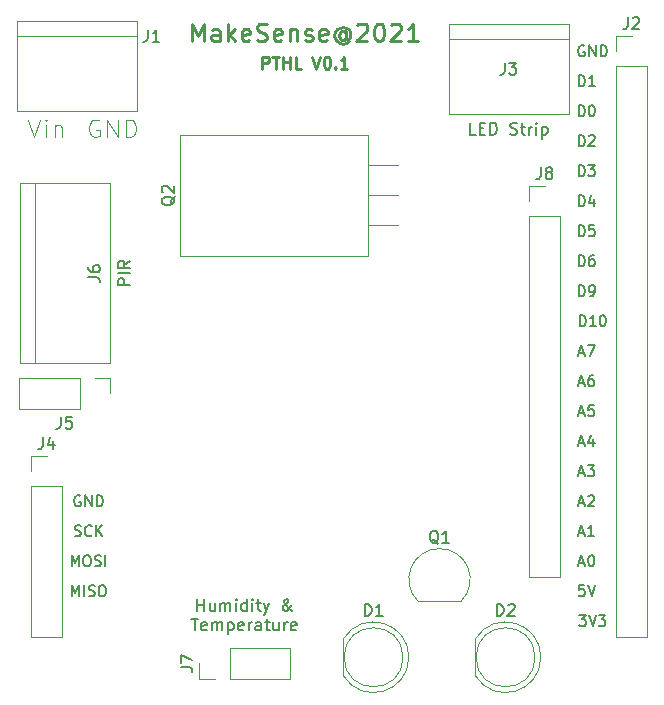
<source format=gbr>
%TF.GenerationSoftware,KiCad,Pcbnew,(5.1.10)-1*%
%TF.CreationDate,2021-08-05T17:27:16+03:00*%
%TF.ProjectId,YevgeniK,59657667-656e-4694-9b2e-6b696361645f,rev?*%
%TF.SameCoordinates,Original*%
%TF.FileFunction,Legend,Top*%
%TF.FilePolarity,Positive*%
%FSLAX46Y46*%
G04 Gerber Fmt 4.6, Leading zero omitted, Abs format (unit mm)*
G04 Created by KiCad (PCBNEW (5.1.10)-1) date 2021-08-05 17:27:16*
%MOMM*%
%LPD*%
G01*
G04 APERTURE LIST*
%ADD10C,0.150000*%
%ADD11C,0.200000*%
%ADD12C,0.100000*%
%ADD13C,0.250000*%
%ADD14C,0.120000*%
G04 APERTURE END LIST*
D10*
X149296380Y-95996000D02*
X148296380Y-95996000D01*
X148296380Y-95615047D01*
X148344000Y-95519809D01*
X148391619Y-95472190D01*
X148486857Y-95424571D01*
X148629714Y-95424571D01*
X148724952Y-95472190D01*
X148772571Y-95519809D01*
X148820190Y-95615047D01*
X148820190Y-95996000D01*
X149296380Y-94996000D02*
X148296380Y-94996000D01*
X149296380Y-93948380D02*
X148820190Y-94281714D01*
X149296380Y-94519809D02*
X148296380Y-94519809D01*
X148296380Y-94138857D01*
X148344000Y-94043619D01*
X148391619Y-93996000D01*
X148486857Y-93948380D01*
X148629714Y-93948380D01*
X148724952Y-93996000D01*
X148772571Y-94043619D01*
X148820190Y-94138857D01*
X148820190Y-94519809D01*
X178570285Y-83256380D02*
X178094095Y-83256380D01*
X178094095Y-82256380D01*
X178903619Y-82732571D02*
X179236952Y-82732571D01*
X179379809Y-83256380D02*
X178903619Y-83256380D01*
X178903619Y-82256380D01*
X179379809Y-82256380D01*
X179808380Y-83256380D02*
X179808380Y-82256380D01*
X180046476Y-82256380D01*
X180189333Y-82304000D01*
X180284571Y-82399238D01*
X180332190Y-82494476D01*
X180379809Y-82684952D01*
X180379809Y-82827809D01*
X180332190Y-83018285D01*
X180284571Y-83113523D01*
X180189333Y-83208761D01*
X180046476Y-83256380D01*
X179808380Y-83256380D01*
X181522666Y-83208761D02*
X181665523Y-83256380D01*
X181903619Y-83256380D01*
X181998857Y-83208761D01*
X182046476Y-83161142D01*
X182094095Y-83065904D01*
X182094095Y-82970666D01*
X182046476Y-82875428D01*
X181998857Y-82827809D01*
X181903619Y-82780190D01*
X181713142Y-82732571D01*
X181617904Y-82684952D01*
X181570285Y-82637333D01*
X181522666Y-82542095D01*
X181522666Y-82446857D01*
X181570285Y-82351619D01*
X181617904Y-82304000D01*
X181713142Y-82256380D01*
X181951238Y-82256380D01*
X182094095Y-82304000D01*
X182379809Y-82589714D02*
X182760761Y-82589714D01*
X182522666Y-82256380D02*
X182522666Y-83113523D01*
X182570285Y-83208761D01*
X182665523Y-83256380D01*
X182760761Y-83256380D01*
X183094095Y-83256380D02*
X183094095Y-82589714D01*
X183094095Y-82780190D02*
X183141714Y-82684952D01*
X183189333Y-82637333D01*
X183284571Y-82589714D01*
X183379809Y-82589714D01*
X183713142Y-83256380D02*
X183713142Y-82589714D01*
X183713142Y-82256380D02*
X183665523Y-82304000D01*
X183713142Y-82351619D01*
X183760761Y-82304000D01*
X183713142Y-82256380D01*
X183713142Y-82351619D01*
X184189333Y-82589714D02*
X184189333Y-83589714D01*
X184189333Y-82637333D02*
X184284571Y-82589714D01*
X184475047Y-82589714D01*
X184570285Y-82637333D01*
X184617904Y-82684952D01*
X184665523Y-82780190D01*
X184665523Y-83065904D01*
X184617904Y-83161142D01*
X184570285Y-83208761D01*
X184475047Y-83256380D01*
X184284571Y-83256380D01*
X184189333Y-83208761D01*
X155004000Y-123579380D02*
X155004000Y-122579380D01*
X155004000Y-123055571D02*
X155575428Y-123055571D01*
X155575428Y-123579380D02*
X155575428Y-122579380D01*
X156480190Y-122912714D02*
X156480190Y-123579380D01*
X156051619Y-122912714D02*
X156051619Y-123436523D01*
X156099238Y-123531761D01*
X156194476Y-123579380D01*
X156337333Y-123579380D01*
X156432571Y-123531761D01*
X156480190Y-123484142D01*
X156956380Y-123579380D02*
X156956380Y-122912714D01*
X156956380Y-123007952D02*
X157004000Y-122960333D01*
X157099238Y-122912714D01*
X157242095Y-122912714D01*
X157337333Y-122960333D01*
X157384952Y-123055571D01*
X157384952Y-123579380D01*
X157384952Y-123055571D02*
X157432571Y-122960333D01*
X157527809Y-122912714D01*
X157670666Y-122912714D01*
X157765904Y-122960333D01*
X157813523Y-123055571D01*
X157813523Y-123579380D01*
X158289714Y-123579380D02*
X158289714Y-122912714D01*
X158289714Y-122579380D02*
X158242095Y-122627000D01*
X158289714Y-122674619D01*
X158337333Y-122627000D01*
X158289714Y-122579380D01*
X158289714Y-122674619D01*
X159194476Y-123579380D02*
X159194476Y-122579380D01*
X159194476Y-123531761D02*
X159099238Y-123579380D01*
X158908761Y-123579380D01*
X158813523Y-123531761D01*
X158765904Y-123484142D01*
X158718285Y-123388904D01*
X158718285Y-123103190D01*
X158765904Y-123007952D01*
X158813523Y-122960333D01*
X158908761Y-122912714D01*
X159099238Y-122912714D01*
X159194476Y-122960333D01*
X159670666Y-123579380D02*
X159670666Y-122912714D01*
X159670666Y-122579380D02*
X159623047Y-122627000D01*
X159670666Y-122674619D01*
X159718285Y-122627000D01*
X159670666Y-122579380D01*
X159670666Y-122674619D01*
X160004000Y-122912714D02*
X160384952Y-122912714D01*
X160146857Y-122579380D02*
X160146857Y-123436523D01*
X160194476Y-123531761D01*
X160289714Y-123579380D01*
X160384952Y-123579380D01*
X160623047Y-122912714D02*
X160861142Y-123579380D01*
X161099238Y-122912714D02*
X160861142Y-123579380D01*
X160765904Y-123817476D01*
X160718285Y-123865095D01*
X160623047Y-123912714D01*
X163051619Y-123579380D02*
X163004000Y-123579380D01*
X162908761Y-123531761D01*
X162765904Y-123388904D01*
X162527809Y-123103190D01*
X162432571Y-122960333D01*
X162384952Y-122817476D01*
X162384952Y-122722238D01*
X162432571Y-122627000D01*
X162527809Y-122579380D01*
X162575428Y-122579380D01*
X162670666Y-122627000D01*
X162718285Y-122722238D01*
X162718285Y-122769857D01*
X162670666Y-122865095D01*
X162623047Y-122912714D01*
X162337333Y-123103190D01*
X162289714Y-123150809D01*
X162242095Y-123246047D01*
X162242095Y-123388904D01*
X162289714Y-123484142D01*
X162337333Y-123531761D01*
X162432571Y-123579380D01*
X162575428Y-123579380D01*
X162670666Y-123531761D01*
X162718285Y-123484142D01*
X162861142Y-123293666D01*
X162908761Y-123150809D01*
X162908761Y-123055571D01*
X154504000Y-124229380D02*
X155075428Y-124229380D01*
X154789714Y-125229380D02*
X154789714Y-124229380D01*
X155789714Y-125181761D02*
X155694476Y-125229380D01*
X155504000Y-125229380D01*
X155408761Y-125181761D01*
X155361142Y-125086523D01*
X155361142Y-124705571D01*
X155408761Y-124610333D01*
X155504000Y-124562714D01*
X155694476Y-124562714D01*
X155789714Y-124610333D01*
X155837333Y-124705571D01*
X155837333Y-124800809D01*
X155361142Y-124896047D01*
X156265904Y-125229380D02*
X156265904Y-124562714D01*
X156265904Y-124657952D02*
X156313523Y-124610333D01*
X156408761Y-124562714D01*
X156551619Y-124562714D01*
X156646857Y-124610333D01*
X156694476Y-124705571D01*
X156694476Y-125229380D01*
X156694476Y-124705571D02*
X156742095Y-124610333D01*
X156837333Y-124562714D01*
X156980190Y-124562714D01*
X157075428Y-124610333D01*
X157123047Y-124705571D01*
X157123047Y-125229380D01*
X157599238Y-124562714D02*
X157599238Y-125562714D01*
X157599238Y-124610333D02*
X157694476Y-124562714D01*
X157884952Y-124562714D01*
X157980190Y-124610333D01*
X158027809Y-124657952D01*
X158075428Y-124753190D01*
X158075428Y-125038904D01*
X158027809Y-125134142D01*
X157980190Y-125181761D01*
X157884952Y-125229380D01*
X157694476Y-125229380D01*
X157599238Y-125181761D01*
X158884952Y-125181761D02*
X158789714Y-125229380D01*
X158599238Y-125229380D01*
X158504000Y-125181761D01*
X158456380Y-125086523D01*
X158456380Y-124705571D01*
X158504000Y-124610333D01*
X158599238Y-124562714D01*
X158789714Y-124562714D01*
X158884952Y-124610333D01*
X158932571Y-124705571D01*
X158932571Y-124800809D01*
X158456380Y-124896047D01*
X159361142Y-125229380D02*
X159361142Y-124562714D01*
X159361142Y-124753190D02*
X159408761Y-124657952D01*
X159456380Y-124610333D01*
X159551619Y-124562714D01*
X159646857Y-124562714D01*
X160408761Y-125229380D02*
X160408761Y-124705571D01*
X160361142Y-124610333D01*
X160265904Y-124562714D01*
X160075428Y-124562714D01*
X159980190Y-124610333D01*
X160408761Y-125181761D02*
X160313523Y-125229380D01*
X160075428Y-125229380D01*
X159980190Y-125181761D01*
X159932571Y-125086523D01*
X159932571Y-124991285D01*
X159980190Y-124896047D01*
X160075428Y-124848428D01*
X160313523Y-124848428D01*
X160408761Y-124800809D01*
X160742095Y-124562714D02*
X161123047Y-124562714D01*
X160884952Y-124229380D02*
X160884952Y-125086523D01*
X160932571Y-125181761D01*
X161027809Y-125229380D01*
X161123047Y-125229380D01*
X161884952Y-124562714D02*
X161884952Y-125229380D01*
X161456380Y-124562714D02*
X161456380Y-125086523D01*
X161504000Y-125181761D01*
X161599238Y-125229380D01*
X161742095Y-125229380D01*
X161837333Y-125181761D01*
X161884952Y-125134142D01*
X162361142Y-125229380D02*
X162361142Y-124562714D01*
X162361142Y-124753190D02*
X162408761Y-124657952D01*
X162456380Y-124610333D01*
X162551619Y-124562714D01*
X162646857Y-124562714D01*
X163361142Y-125181761D02*
X163265904Y-125229380D01*
X163075428Y-125229380D01*
X162980190Y-125181761D01*
X162932571Y-125086523D01*
X162932571Y-124705571D01*
X162980190Y-124610333D01*
X163075428Y-124562714D01*
X163265904Y-124562714D01*
X163361142Y-124610333D01*
X163408761Y-124705571D01*
X163408761Y-124800809D01*
X162932571Y-124896047D01*
D11*
X187353714Y-123967142D02*
X187910857Y-123967142D01*
X187610857Y-124310000D01*
X187739428Y-124310000D01*
X187825142Y-124352857D01*
X187868000Y-124395714D01*
X187910857Y-124481428D01*
X187910857Y-124695714D01*
X187868000Y-124781428D01*
X187825142Y-124824285D01*
X187739428Y-124867142D01*
X187482285Y-124867142D01*
X187396571Y-124824285D01*
X187353714Y-124781428D01*
X188168000Y-123967142D02*
X188468000Y-124867142D01*
X188768000Y-123967142D01*
X188982285Y-123967142D02*
X189539428Y-123967142D01*
X189239428Y-124310000D01*
X189368000Y-124310000D01*
X189453714Y-124352857D01*
X189496571Y-124395714D01*
X189539428Y-124481428D01*
X189539428Y-124695714D01*
X189496571Y-124781428D01*
X189453714Y-124824285D01*
X189368000Y-124867142D01*
X189110857Y-124867142D01*
X189025142Y-124824285D01*
X188982285Y-124781428D01*
X187788571Y-121427142D02*
X187360000Y-121427142D01*
X187317142Y-121855714D01*
X187360000Y-121812857D01*
X187445714Y-121770000D01*
X187660000Y-121770000D01*
X187745714Y-121812857D01*
X187788571Y-121855714D01*
X187831428Y-121941428D01*
X187831428Y-122155714D01*
X187788571Y-122241428D01*
X187745714Y-122284285D01*
X187660000Y-122327142D01*
X187445714Y-122327142D01*
X187360000Y-122284285D01*
X187317142Y-122241428D01*
X188088571Y-121427142D02*
X188388571Y-122327142D01*
X188688571Y-121427142D01*
X187317142Y-119530000D02*
X187745714Y-119530000D01*
X187231428Y-119787142D02*
X187531428Y-118887142D01*
X187831428Y-119787142D01*
X188302857Y-118887142D02*
X188388571Y-118887142D01*
X188474285Y-118930000D01*
X188517142Y-118972857D01*
X188560000Y-119058571D01*
X188602857Y-119230000D01*
X188602857Y-119444285D01*
X188560000Y-119615714D01*
X188517142Y-119701428D01*
X188474285Y-119744285D01*
X188388571Y-119787142D01*
X188302857Y-119787142D01*
X188217142Y-119744285D01*
X188174285Y-119701428D01*
X188131428Y-119615714D01*
X188088571Y-119444285D01*
X188088571Y-119230000D01*
X188131428Y-119058571D01*
X188174285Y-118972857D01*
X188217142Y-118930000D01*
X188302857Y-118887142D01*
X187317142Y-116990000D02*
X187745714Y-116990000D01*
X187231428Y-117247142D02*
X187531428Y-116347142D01*
X187831428Y-117247142D01*
X188602857Y-117247142D02*
X188088571Y-117247142D01*
X188345714Y-117247142D02*
X188345714Y-116347142D01*
X188260000Y-116475714D01*
X188174285Y-116561428D01*
X188088571Y-116604285D01*
X187317142Y-114450000D02*
X187745714Y-114450000D01*
X187231428Y-114707142D02*
X187531428Y-113807142D01*
X187831428Y-114707142D01*
X188088571Y-113892857D02*
X188131428Y-113850000D01*
X188217142Y-113807142D01*
X188431428Y-113807142D01*
X188517142Y-113850000D01*
X188560000Y-113892857D01*
X188602857Y-113978571D01*
X188602857Y-114064285D01*
X188560000Y-114192857D01*
X188045714Y-114707142D01*
X188602857Y-114707142D01*
X187317142Y-111910000D02*
X187745714Y-111910000D01*
X187231428Y-112167142D02*
X187531428Y-111267142D01*
X187831428Y-112167142D01*
X188045714Y-111267142D02*
X188602857Y-111267142D01*
X188302857Y-111610000D01*
X188431428Y-111610000D01*
X188517142Y-111652857D01*
X188560000Y-111695714D01*
X188602857Y-111781428D01*
X188602857Y-111995714D01*
X188560000Y-112081428D01*
X188517142Y-112124285D01*
X188431428Y-112167142D01*
X188174285Y-112167142D01*
X188088571Y-112124285D01*
X188045714Y-112081428D01*
X187317142Y-109370000D02*
X187745714Y-109370000D01*
X187231428Y-109627142D02*
X187531428Y-108727142D01*
X187831428Y-109627142D01*
X188517142Y-109027142D02*
X188517142Y-109627142D01*
X188302857Y-108684285D02*
X188088571Y-109327142D01*
X188645714Y-109327142D01*
X187317142Y-106830000D02*
X187745714Y-106830000D01*
X187231428Y-107087142D02*
X187531428Y-106187142D01*
X187831428Y-107087142D01*
X188560000Y-106187142D02*
X188131428Y-106187142D01*
X188088571Y-106615714D01*
X188131428Y-106572857D01*
X188217142Y-106530000D01*
X188431428Y-106530000D01*
X188517142Y-106572857D01*
X188560000Y-106615714D01*
X188602857Y-106701428D01*
X188602857Y-106915714D01*
X188560000Y-107001428D01*
X188517142Y-107044285D01*
X188431428Y-107087142D01*
X188217142Y-107087142D01*
X188131428Y-107044285D01*
X188088571Y-107001428D01*
X187317142Y-104290000D02*
X187745714Y-104290000D01*
X187231428Y-104547142D02*
X187531428Y-103647142D01*
X187831428Y-104547142D01*
X188517142Y-103647142D02*
X188345714Y-103647142D01*
X188260000Y-103690000D01*
X188217142Y-103732857D01*
X188131428Y-103861428D01*
X188088571Y-104032857D01*
X188088571Y-104375714D01*
X188131428Y-104461428D01*
X188174285Y-104504285D01*
X188260000Y-104547142D01*
X188431428Y-104547142D01*
X188517142Y-104504285D01*
X188560000Y-104461428D01*
X188602857Y-104375714D01*
X188602857Y-104161428D01*
X188560000Y-104075714D01*
X188517142Y-104032857D01*
X188431428Y-103990000D01*
X188260000Y-103990000D01*
X188174285Y-104032857D01*
X188131428Y-104075714D01*
X188088571Y-104161428D01*
X187317142Y-101750000D02*
X187745714Y-101750000D01*
X187231428Y-102007142D02*
X187531428Y-101107142D01*
X187831428Y-102007142D01*
X188045714Y-101107142D02*
X188645714Y-101107142D01*
X188260000Y-102007142D01*
X187375142Y-99467142D02*
X187375142Y-98567142D01*
X187589428Y-98567142D01*
X187718000Y-98610000D01*
X187803714Y-98695714D01*
X187846571Y-98781428D01*
X187889428Y-98952857D01*
X187889428Y-99081428D01*
X187846571Y-99252857D01*
X187803714Y-99338571D01*
X187718000Y-99424285D01*
X187589428Y-99467142D01*
X187375142Y-99467142D01*
X188746571Y-99467142D02*
X188232285Y-99467142D01*
X188489428Y-99467142D02*
X188489428Y-98567142D01*
X188403714Y-98695714D01*
X188318000Y-98781428D01*
X188232285Y-98824285D01*
X189303714Y-98567142D02*
X189389428Y-98567142D01*
X189475142Y-98610000D01*
X189518000Y-98652857D01*
X189560857Y-98738571D01*
X189603714Y-98910000D01*
X189603714Y-99124285D01*
X189560857Y-99295714D01*
X189518000Y-99381428D01*
X189475142Y-99424285D01*
X189389428Y-99467142D01*
X189303714Y-99467142D01*
X189218000Y-99424285D01*
X189175142Y-99381428D01*
X189132285Y-99295714D01*
X189089428Y-99124285D01*
X189089428Y-98910000D01*
X189132285Y-98738571D01*
X189175142Y-98652857D01*
X189218000Y-98610000D01*
X189303714Y-98567142D01*
X187295714Y-96927142D02*
X187295714Y-96027142D01*
X187510000Y-96027142D01*
X187638571Y-96070000D01*
X187724285Y-96155714D01*
X187767142Y-96241428D01*
X187810000Y-96412857D01*
X187810000Y-96541428D01*
X187767142Y-96712857D01*
X187724285Y-96798571D01*
X187638571Y-96884285D01*
X187510000Y-96927142D01*
X187295714Y-96927142D01*
X188238571Y-96927142D02*
X188410000Y-96927142D01*
X188495714Y-96884285D01*
X188538571Y-96841428D01*
X188624285Y-96712857D01*
X188667142Y-96541428D01*
X188667142Y-96198571D01*
X188624285Y-96112857D01*
X188581428Y-96070000D01*
X188495714Y-96027142D01*
X188324285Y-96027142D01*
X188238571Y-96070000D01*
X188195714Y-96112857D01*
X188152857Y-96198571D01*
X188152857Y-96412857D01*
X188195714Y-96498571D01*
X188238571Y-96541428D01*
X188324285Y-96584285D01*
X188495714Y-96584285D01*
X188581428Y-96541428D01*
X188624285Y-96498571D01*
X188667142Y-96412857D01*
X187295714Y-94387142D02*
X187295714Y-93487142D01*
X187510000Y-93487142D01*
X187638571Y-93530000D01*
X187724285Y-93615714D01*
X187767142Y-93701428D01*
X187810000Y-93872857D01*
X187810000Y-94001428D01*
X187767142Y-94172857D01*
X187724285Y-94258571D01*
X187638571Y-94344285D01*
X187510000Y-94387142D01*
X187295714Y-94387142D01*
X188581428Y-93487142D02*
X188410000Y-93487142D01*
X188324285Y-93530000D01*
X188281428Y-93572857D01*
X188195714Y-93701428D01*
X188152857Y-93872857D01*
X188152857Y-94215714D01*
X188195714Y-94301428D01*
X188238571Y-94344285D01*
X188324285Y-94387142D01*
X188495714Y-94387142D01*
X188581428Y-94344285D01*
X188624285Y-94301428D01*
X188667142Y-94215714D01*
X188667142Y-94001428D01*
X188624285Y-93915714D01*
X188581428Y-93872857D01*
X188495714Y-93830000D01*
X188324285Y-93830000D01*
X188238571Y-93872857D01*
X188195714Y-93915714D01*
X188152857Y-94001428D01*
X187295714Y-91847142D02*
X187295714Y-90947142D01*
X187510000Y-90947142D01*
X187638571Y-90990000D01*
X187724285Y-91075714D01*
X187767142Y-91161428D01*
X187810000Y-91332857D01*
X187810000Y-91461428D01*
X187767142Y-91632857D01*
X187724285Y-91718571D01*
X187638571Y-91804285D01*
X187510000Y-91847142D01*
X187295714Y-91847142D01*
X188624285Y-90947142D02*
X188195714Y-90947142D01*
X188152857Y-91375714D01*
X188195714Y-91332857D01*
X188281428Y-91290000D01*
X188495714Y-91290000D01*
X188581428Y-91332857D01*
X188624285Y-91375714D01*
X188667142Y-91461428D01*
X188667142Y-91675714D01*
X188624285Y-91761428D01*
X188581428Y-91804285D01*
X188495714Y-91847142D01*
X188281428Y-91847142D01*
X188195714Y-91804285D01*
X188152857Y-91761428D01*
X187295714Y-89307142D02*
X187295714Y-88407142D01*
X187510000Y-88407142D01*
X187638571Y-88450000D01*
X187724285Y-88535714D01*
X187767142Y-88621428D01*
X187810000Y-88792857D01*
X187810000Y-88921428D01*
X187767142Y-89092857D01*
X187724285Y-89178571D01*
X187638571Y-89264285D01*
X187510000Y-89307142D01*
X187295714Y-89307142D01*
X188581428Y-88707142D02*
X188581428Y-89307142D01*
X188367142Y-88364285D02*
X188152857Y-89007142D01*
X188710000Y-89007142D01*
X187295714Y-86767142D02*
X187295714Y-85867142D01*
X187510000Y-85867142D01*
X187638571Y-85910000D01*
X187724285Y-85995714D01*
X187767142Y-86081428D01*
X187810000Y-86252857D01*
X187810000Y-86381428D01*
X187767142Y-86552857D01*
X187724285Y-86638571D01*
X187638571Y-86724285D01*
X187510000Y-86767142D01*
X187295714Y-86767142D01*
X188110000Y-85867142D02*
X188667142Y-85867142D01*
X188367142Y-86210000D01*
X188495714Y-86210000D01*
X188581428Y-86252857D01*
X188624285Y-86295714D01*
X188667142Y-86381428D01*
X188667142Y-86595714D01*
X188624285Y-86681428D01*
X188581428Y-86724285D01*
X188495714Y-86767142D01*
X188238571Y-86767142D01*
X188152857Y-86724285D01*
X188110000Y-86681428D01*
X187295714Y-84227142D02*
X187295714Y-83327142D01*
X187510000Y-83327142D01*
X187638571Y-83370000D01*
X187724285Y-83455714D01*
X187767142Y-83541428D01*
X187810000Y-83712857D01*
X187810000Y-83841428D01*
X187767142Y-84012857D01*
X187724285Y-84098571D01*
X187638571Y-84184285D01*
X187510000Y-84227142D01*
X187295714Y-84227142D01*
X188152857Y-83412857D02*
X188195714Y-83370000D01*
X188281428Y-83327142D01*
X188495714Y-83327142D01*
X188581428Y-83370000D01*
X188624285Y-83412857D01*
X188667142Y-83498571D01*
X188667142Y-83584285D01*
X188624285Y-83712857D01*
X188110000Y-84227142D01*
X188667142Y-84227142D01*
X187295714Y-81687142D02*
X187295714Y-80787142D01*
X187510000Y-80787142D01*
X187638571Y-80830000D01*
X187724285Y-80915714D01*
X187767142Y-81001428D01*
X187810000Y-81172857D01*
X187810000Y-81301428D01*
X187767142Y-81472857D01*
X187724285Y-81558571D01*
X187638571Y-81644285D01*
X187510000Y-81687142D01*
X187295714Y-81687142D01*
X188367142Y-80787142D02*
X188452857Y-80787142D01*
X188538571Y-80830000D01*
X188581428Y-80872857D01*
X188624285Y-80958571D01*
X188667142Y-81130000D01*
X188667142Y-81344285D01*
X188624285Y-81515714D01*
X188581428Y-81601428D01*
X188538571Y-81644285D01*
X188452857Y-81687142D01*
X188367142Y-81687142D01*
X188281428Y-81644285D01*
X188238571Y-81601428D01*
X188195714Y-81515714D01*
X188152857Y-81344285D01*
X188152857Y-81130000D01*
X188195714Y-80958571D01*
X188238571Y-80872857D01*
X188281428Y-80830000D01*
X188367142Y-80787142D01*
X187295714Y-79147142D02*
X187295714Y-78247142D01*
X187510000Y-78247142D01*
X187638571Y-78290000D01*
X187724285Y-78375714D01*
X187767142Y-78461428D01*
X187810000Y-78632857D01*
X187810000Y-78761428D01*
X187767142Y-78932857D01*
X187724285Y-79018571D01*
X187638571Y-79104285D01*
X187510000Y-79147142D01*
X187295714Y-79147142D01*
X188667142Y-79147142D02*
X188152857Y-79147142D01*
X188410000Y-79147142D02*
X188410000Y-78247142D01*
X188324285Y-78375714D01*
X188238571Y-78461428D01*
X188152857Y-78504285D01*
X187782285Y-75750000D02*
X187696571Y-75707142D01*
X187568000Y-75707142D01*
X187439428Y-75750000D01*
X187353714Y-75835714D01*
X187310857Y-75921428D01*
X187268000Y-76092857D01*
X187268000Y-76221428D01*
X187310857Y-76392857D01*
X187353714Y-76478571D01*
X187439428Y-76564285D01*
X187568000Y-76607142D01*
X187653714Y-76607142D01*
X187782285Y-76564285D01*
X187825142Y-76521428D01*
X187825142Y-76221428D01*
X187653714Y-76221428D01*
X188210857Y-76607142D02*
X188210857Y-75707142D01*
X188725142Y-76607142D01*
X188725142Y-75707142D01*
X189153714Y-76607142D02*
X189153714Y-75707142D01*
X189368000Y-75707142D01*
X189496571Y-75750000D01*
X189582285Y-75835714D01*
X189625142Y-75921428D01*
X189668000Y-76092857D01*
X189668000Y-76221428D01*
X189625142Y-76392857D01*
X189582285Y-76478571D01*
X189496571Y-76564285D01*
X189368000Y-76607142D01*
X189153714Y-76607142D01*
X144381714Y-122327142D02*
X144381714Y-121427142D01*
X144681714Y-122070000D01*
X144981714Y-121427142D01*
X144981714Y-122327142D01*
X145410285Y-122327142D02*
X145410285Y-121427142D01*
X145796000Y-122284285D02*
X145924571Y-122327142D01*
X146138857Y-122327142D01*
X146224571Y-122284285D01*
X146267428Y-122241428D01*
X146310285Y-122155714D01*
X146310285Y-122070000D01*
X146267428Y-121984285D01*
X146224571Y-121941428D01*
X146138857Y-121898571D01*
X145967428Y-121855714D01*
X145881714Y-121812857D01*
X145838857Y-121770000D01*
X145796000Y-121684285D01*
X145796000Y-121598571D01*
X145838857Y-121512857D01*
X145881714Y-121470000D01*
X145967428Y-121427142D01*
X146181714Y-121427142D01*
X146310285Y-121470000D01*
X146867428Y-121427142D02*
X147038857Y-121427142D01*
X147124571Y-121470000D01*
X147210285Y-121555714D01*
X147253142Y-121727142D01*
X147253142Y-122027142D01*
X147210285Y-122198571D01*
X147124571Y-122284285D01*
X147038857Y-122327142D01*
X146867428Y-122327142D01*
X146781714Y-122284285D01*
X146696000Y-122198571D01*
X146653142Y-122027142D01*
X146653142Y-121727142D01*
X146696000Y-121555714D01*
X146781714Y-121470000D01*
X146867428Y-121427142D01*
X144381714Y-119787142D02*
X144381714Y-118887142D01*
X144681714Y-119530000D01*
X144981714Y-118887142D01*
X144981714Y-119787142D01*
X145581714Y-118887142D02*
X145753142Y-118887142D01*
X145838857Y-118930000D01*
X145924571Y-119015714D01*
X145967428Y-119187142D01*
X145967428Y-119487142D01*
X145924571Y-119658571D01*
X145838857Y-119744285D01*
X145753142Y-119787142D01*
X145581714Y-119787142D01*
X145496000Y-119744285D01*
X145410285Y-119658571D01*
X145367428Y-119487142D01*
X145367428Y-119187142D01*
X145410285Y-119015714D01*
X145496000Y-118930000D01*
X145581714Y-118887142D01*
X146310285Y-119744285D02*
X146438857Y-119787142D01*
X146653142Y-119787142D01*
X146738857Y-119744285D01*
X146781714Y-119701428D01*
X146824571Y-119615714D01*
X146824571Y-119530000D01*
X146781714Y-119444285D01*
X146738857Y-119401428D01*
X146653142Y-119358571D01*
X146481714Y-119315714D01*
X146396000Y-119272857D01*
X146353142Y-119230000D01*
X146310285Y-119144285D01*
X146310285Y-119058571D01*
X146353142Y-118972857D01*
X146396000Y-118930000D01*
X146481714Y-118887142D01*
X146696000Y-118887142D01*
X146824571Y-118930000D01*
X147210285Y-119787142D02*
X147210285Y-118887142D01*
X144638857Y-117204285D02*
X144767428Y-117247142D01*
X144981714Y-117247142D01*
X145067428Y-117204285D01*
X145110285Y-117161428D01*
X145153142Y-117075714D01*
X145153142Y-116990000D01*
X145110285Y-116904285D01*
X145067428Y-116861428D01*
X144981714Y-116818571D01*
X144810285Y-116775714D01*
X144724571Y-116732857D01*
X144681714Y-116690000D01*
X144638857Y-116604285D01*
X144638857Y-116518571D01*
X144681714Y-116432857D01*
X144724571Y-116390000D01*
X144810285Y-116347142D01*
X145024571Y-116347142D01*
X145153142Y-116390000D01*
X146053142Y-117161428D02*
X146010285Y-117204285D01*
X145881714Y-117247142D01*
X145796000Y-117247142D01*
X145667428Y-117204285D01*
X145581714Y-117118571D01*
X145538857Y-117032857D01*
X145496000Y-116861428D01*
X145496000Y-116732857D01*
X145538857Y-116561428D01*
X145581714Y-116475714D01*
X145667428Y-116390000D01*
X145796000Y-116347142D01*
X145881714Y-116347142D01*
X146010285Y-116390000D01*
X146053142Y-116432857D01*
X146438857Y-117247142D02*
X146438857Y-116347142D01*
X146953142Y-117247142D02*
X146567428Y-116732857D01*
X146953142Y-116347142D02*
X146438857Y-116861428D01*
X145110285Y-113850000D02*
X145024571Y-113807142D01*
X144896000Y-113807142D01*
X144767428Y-113850000D01*
X144681714Y-113935714D01*
X144638857Y-114021428D01*
X144596000Y-114192857D01*
X144596000Y-114321428D01*
X144638857Y-114492857D01*
X144681714Y-114578571D01*
X144767428Y-114664285D01*
X144896000Y-114707142D01*
X144981714Y-114707142D01*
X145110285Y-114664285D01*
X145153142Y-114621428D01*
X145153142Y-114321428D01*
X144981714Y-114321428D01*
X145538857Y-114707142D02*
X145538857Y-113807142D01*
X146053142Y-114707142D01*
X146053142Y-113807142D01*
X146481714Y-114707142D02*
X146481714Y-113807142D01*
X146696000Y-113807142D01*
X146824571Y-113850000D01*
X146910285Y-113935714D01*
X146953142Y-114021428D01*
X146996000Y-114192857D01*
X146996000Y-114321428D01*
X146953142Y-114492857D01*
X146910285Y-114578571D01*
X146824571Y-114664285D01*
X146696000Y-114707142D01*
X146481714Y-114707142D01*
D12*
X146685142Y-82054000D02*
X146542285Y-81982571D01*
X146328000Y-81982571D01*
X146113714Y-82054000D01*
X145970857Y-82196857D01*
X145899428Y-82339714D01*
X145828000Y-82625428D01*
X145828000Y-82839714D01*
X145899428Y-83125428D01*
X145970857Y-83268285D01*
X146113714Y-83411142D01*
X146328000Y-83482571D01*
X146470857Y-83482571D01*
X146685142Y-83411142D01*
X146756571Y-83339714D01*
X146756571Y-82839714D01*
X146470857Y-82839714D01*
X147399428Y-83482571D02*
X147399428Y-81982571D01*
X148256571Y-83482571D01*
X148256571Y-81982571D01*
X148970857Y-83482571D02*
X148970857Y-81982571D01*
X149328000Y-81982571D01*
X149542285Y-82054000D01*
X149685142Y-82196857D01*
X149756571Y-82339714D01*
X149828000Y-82625428D01*
X149828000Y-82839714D01*
X149756571Y-83125428D01*
X149685142Y-83268285D01*
X149542285Y-83411142D01*
X149328000Y-83482571D01*
X148970857Y-83482571D01*
D13*
X160512571Y-77668380D02*
X160512571Y-76668380D01*
X160893523Y-76668380D01*
X160988761Y-76716000D01*
X161036380Y-76763619D01*
X161084000Y-76858857D01*
X161084000Y-77001714D01*
X161036380Y-77096952D01*
X160988761Y-77144571D01*
X160893523Y-77192190D01*
X160512571Y-77192190D01*
X161369714Y-76668380D02*
X161941142Y-76668380D01*
X161655428Y-77668380D02*
X161655428Y-76668380D01*
X162274476Y-77668380D02*
X162274476Y-76668380D01*
X162274476Y-77144571D02*
X162845904Y-77144571D01*
X162845904Y-77668380D02*
X162845904Y-76668380D01*
X163798285Y-77668380D02*
X163322095Y-77668380D01*
X163322095Y-76668380D01*
X164750666Y-76668380D02*
X165084000Y-77668380D01*
X165417333Y-76668380D01*
X165941142Y-76668380D02*
X166036380Y-76668380D01*
X166131619Y-76716000D01*
X166179238Y-76763619D01*
X166226857Y-76858857D01*
X166274476Y-77049333D01*
X166274476Y-77287428D01*
X166226857Y-77477904D01*
X166179238Y-77573142D01*
X166131619Y-77620761D01*
X166036380Y-77668380D01*
X165941142Y-77668380D01*
X165845904Y-77620761D01*
X165798285Y-77573142D01*
X165750666Y-77477904D01*
X165703047Y-77287428D01*
X165703047Y-77049333D01*
X165750666Y-76858857D01*
X165798285Y-76763619D01*
X165845904Y-76716000D01*
X165941142Y-76668380D01*
X166703047Y-77573142D02*
X166750666Y-77620761D01*
X166703047Y-77668380D01*
X166655428Y-77620761D01*
X166703047Y-77573142D01*
X166703047Y-77668380D01*
X167703047Y-77668380D02*
X167131619Y-77668380D01*
X167417333Y-77668380D02*
X167417333Y-76668380D01*
X167322095Y-76811238D01*
X167226857Y-76906476D01*
X167131619Y-76954095D01*
D12*
X140704285Y-81982571D02*
X141204285Y-83482571D01*
X141704285Y-81982571D01*
X142204285Y-83482571D02*
X142204285Y-82482571D01*
X142204285Y-81982571D02*
X142132857Y-82054000D01*
X142204285Y-82125428D01*
X142275714Y-82054000D01*
X142204285Y-81982571D01*
X142204285Y-82125428D01*
X142918571Y-82482571D02*
X142918571Y-83482571D01*
X142918571Y-82625428D02*
X142990000Y-82554000D01*
X143132857Y-82482571D01*
X143347142Y-82482571D01*
X143490000Y-82554000D01*
X143561428Y-82696857D01*
X143561428Y-83482571D01*
D13*
X154548285Y-75354571D02*
X154548285Y-73854571D01*
X155048285Y-74926000D01*
X155548285Y-73854571D01*
X155548285Y-75354571D01*
X156905428Y-75354571D02*
X156905428Y-74568857D01*
X156834000Y-74426000D01*
X156691142Y-74354571D01*
X156405428Y-74354571D01*
X156262571Y-74426000D01*
X156905428Y-75283142D02*
X156762571Y-75354571D01*
X156405428Y-75354571D01*
X156262571Y-75283142D01*
X156191142Y-75140285D01*
X156191142Y-74997428D01*
X156262571Y-74854571D01*
X156405428Y-74783142D01*
X156762571Y-74783142D01*
X156905428Y-74711714D01*
X157619714Y-75354571D02*
X157619714Y-73854571D01*
X157762571Y-74783142D02*
X158191142Y-75354571D01*
X158191142Y-74354571D02*
X157619714Y-74926000D01*
X159405428Y-75283142D02*
X159262571Y-75354571D01*
X158976857Y-75354571D01*
X158834000Y-75283142D01*
X158762571Y-75140285D01*
X158762571Y-74568857D01*
X158834000Y-74426000D01*
X158976857Y-74354571D01*
X159262571Y-74354571D01*
X159405428Y-74426000D01*
X159476857Y-74568857D01*
X159476857Y-74711714D01*
X158762571Y-74854571D01*
X160048285Y-75283142D02*
X160262571Y-75354571D01*
X160619714Y-75354571D01*
X160762571Y-75283142D01*
X160834000Y-75211714D01*
X160905428Y-75068857D01*
X160905428Y-74926000D01*
X160834000Y-74783142D01*
X160762571Y-74711714D01*
X160619714Y-74640285D01*
X160334000Y-74568857D01*
X160191142Y-74497428D01*
X160119714Y-74426000D01*
X160048285Y-74283142D01*
X160048285Y-74140285D01*
X160119714Y-73997428D01*
X160191142Y-73926000D01*
X160334000Y-73854571D01*
X160691142Y-73854571D01*
X160905428Y-73926000D01*
X162119714Y-75283142D02*
X161976857Y-75354571D01*
X161691142Y-75354571D01*
X161548285Y-75283142D01*
X161476857Y-75140285D01*
X161476857Y-74568857D01*
X161548285Y-74426000D01*
X161691142Y-74354571D01*
X161976857Y-74354571D01*
X162119714Y-74426000D01*
X162191142Y-74568857D01*
X162191142Y-74711714D01*
X161476857Y-74854571D01*
X162834000Y-74354571D02*
X162834000Y-75354571D01*
X162834000Y-74497428D02*
X162905428Y-74426000D01*
X163048285Y-74354571D01*
X163262571Y-74354571D01*
X163405428Y-74426000D01*
X163476857Y-74568857D01*
X163476857Y-75354571D01*
X164119714Y-75283142D02*
X164262571Y-75354571D01*
X164548285Y-75354571D01*
X164691142Y-75283142D01*
X164762571Y-75140285D01*
X164762571Y-75068857D01*
X164691142Y-74926000D01*
X164548285Y-74854571D01*
X164334000Y-74854571D01*
X164191142Y-74783142D01*
X164119714Y-74640285D01*
X164119714Y-74568857D01*
X164191142Y-74426000D01*
X164334000Y-74354571D01*
X164548285Y-74354571D01*
X164691142Y-74426000D01*
X165976857Y-75283142D02*
X165834000Y-75354571D01*
X165548285Y-75354571D01*
X165405428Y-75283142D01*
X165334000Y-75140285D01*
X165334000Y-74568857D01*
X165405428Y-74426000D01*
X165548285Y-74354571D01*
X165834000Y-74354571D01*
X165976857Y-74426000D01*
X166048285Y-74568857D01*
X166048285Y-74711714D01*
X165334000Y-74854571D01*
X167619714Y-74640285D02*
X167548285Y-74568857D01*
X167405428Y-74497428D01*
X167262571Y-74497428D01*
X167119714Y-74568857D01*
X167048285Y-74640285D01*
X166976857Y-74783142D01*
X166976857Y-74926000D01*
X167048285Y-75068857D01*
X167119714Y-75140285D01*
X167262571Y-75211714D01*
X167405428Y-75211714D01*
X167548285Y-75140285D01*
X167619714Y-75068857D01*
X167619714Y-74497428D02*
X167619714Y-75068857D01*
X167691142Y-75140285D01*
X167762571Y-75140285D01*
X167905428Y-75068857D01*
X167976857Y-74926000D01*
X167976857Y-74568857D01*
X167834000Y-74354571D01*
X167619714Y-74211714D01*
X167334000Y-74140285D01*
X167048285Y-74211714D01*
X166834000Y-74354571D01*
X166691142Y-74568857D01*
X166619714Y-74854571D01*
X166691142Y-75140285D01*
X166834000Y-75354571D01*
X167048285Y-75497428D01*
X167334000Y-75568857D01*
X167619714Y-75497428D01*
X167834000Y-75354571D01*
X168548285Y-73997428D02*
X168619714Y-73926000D01*
X168762571Y-73854571D01*
X169119714Y-73854571D01*
X169262571Y-73926000D01*
X169334000Y-73997428D01*
X169405428Y-74140285D01*
X169405428Y-74283142D01*
X169334000Y-74497428D01*
X168476857Y-75354571D01*
X169405428Y-75354571D01*
X170334000Y-73854571D02*
X170476857Y-73854571D01*
X170619714Y-73926000D01*
X170691142Y-73997428D01*
X170762571Y-74140285D01*
X170834000Y-74426000D01*
X170834000Y-74783142D01*
X170762571Y-75068857D01*
X170691142Y-75211714D01*
X170619714Y-75283142D01*
X170476857Y-75354571D01*
X170334000Y-75354571D01*
X170191142Y-75283142D01*
X170119714Y-75211714D01*
X170048285Y-75068857D01*
X169976857Y-74783142D01*
X169976857Y-74426000D01*
X170048285Y-74140285D01*
X170119714Y-73997428D01*
X170191142Y-73926000D01*
X170334000Y-73854571D01*
X171405428Y-73997428D02*
X171476857Y-73926000D01*
X171619714Y-73854571D01*
X171976857Y-73854571D01*
X172119714Y-73926000D01*
X172191142Y-73997428D01*
X172262571Y-74140285D01*
X172262571Y-74283142D01*
X172191142Y-74497428D01*
X171334000Y-75354571D01*
X172262571Y-75354571D01*
X173691142Y-75354571D02*
X172834000Y-75354571D01*
X173262571Y-75354571D02*
X173262571Y-73854571D01*
X173119714Y-74068857D01*
X172976857Y-74211714D01*
X172834000Y-74283142D01*
D14*
%TO.C,J6*%
X139954000Y-87376000D02*
X139954000Y-102616000D01*
X147574000Y-87376000D02*
X147574000Y-102616000D01*
X141224000Y-87376000D02*
X141224000Y-102616000D01*
X139954000Y-102616000D02*
X147574000Y-102616000D01*
X139954000Y-87376000D02*
X147574000Y-87376000D01*
%TO.C,J3*%
X186436000Y-73914000D02*
X176276000Y-73914000D01*
X186436000Y-81534000D02*
X186436000Y-73914000D01*
X176276000Y-81534000D02*
X186436000Y-81534000D01*
X176276000Y-73914000D02*
X176276000Y-81534000D01*
X176276000Y-75184000D02*
X186436000Y-75184000D01*
%TO.C,Q2*%
X169434000Y-85852000D02*
X171974000Y-85852000D01*
X169434000Y-88392000D02*
X171974000Y-88392000D01*
X169434000Y-90932000D02*
X171974000Y-90932000D01*
X153544000Y-83272000D02*
X169434000Y-83272000D01*
X153544000Y-93512000D02*
X169434000Y-93512000D01*
X153544000Y-93512000D02*
X153544000Y-83272000D01*
X169434000Y-93512000D02*
X169434000Y-83272000D01*
%TO.C,Q1*%
X173714000Y-122754000D02*
X177314000Y-122754000D01*
X177352478Y-122742478D02*
G75*
G03*
X175514000Y-118304000I-1838478J1838478D01*
G01*
X173675522Y-122742478D02*
G75*
G02*
X175514000Y-118304000I1838478J1838478D01*
G01*
%TO.C,J8*%
X183074000Y-87570000D02*
X184404000Y-87570000D01*
X183074000Y-88900000D02*
X183074000Y-87570000D01*
X183074000Y-90170000D02*
X185734000Y-90170000D01*
X185734000Y-90170000D02*
X185734000Y-120710000D01*
X183074000Y-90170000D02*
X183074000Y-120710000D01*
X183074000Y-120710000D02*
X185734000Y-120710000D01*
%TO.C,J7*%
X155134000Y-129346000D02*
X155134000Y-128016000D01*
X156464000Y-129346000D02*
X155134000Y-129346000D01*
X157734000Y-129346000D02*
X157734000Y-126686000D01*
X157734000Y-126686000D02*
X162874000Y-126686000D01*
X157734000Y-129346000D02*
X162874000Y-129346000D01*
X162874000Y-129346000D02*
X162874000Y-126686000D01*
%TO.C,J5*%
X147634000Y-103826000D02*
X147634000Y-105156000D01*
X146304000Y-103826000D02*
X147634000Y-103826000D01*
X145034000Y-103826000D02*
X145034000Y-106486000D01*
X145034000Y-106486000D02*
X139894000Y-106486000D01*
X145034000Y-103826000D02*
X139894000Y-103826000D01*
X139894000Y-103826000D02*
X139894000Y-106486000D01*
%TO.C,D2*%
X183602000Y-127508000D02*
G75*
G03*
X183602000Y-127508000I-2500000J0D01*
G01*
X178542000Y-125963000D02*
X178542000Y-129053000D01*
X184092000Y-127507538D02*
G75*
G02*
X178542000Y-129052830I-2990000J-462D01*
G01*
X184092000Y-127508462D02*
G75*
G03*
X178542000Y-125963170I-2990000J462D01*
G01*
%TO.C,D1*%
X172426000Y-127508000D02*
G75*
G03*
X172426000Y-127508000I-2500000J0D01*
G01*
X167366000Y-125963000D02*
X167366000Y-129053000D01*
X172916000Y-127507538D02*
G75*
G02*
X167366000Y-129052830I-2990000J-462D01*
G01*
X172916000Y-127508462D02*
G75*
G03*
X167366000Y-125963170I-2990000J462D01*
G01*
%TO.C,J1*%
X139700000Y-74930000D02*
X149860000Y-74930000D01*
X139700000Y-73660000D02*
X139700000Y-81280000D01*
X139700000Y-81280000D02*
X149860000Y-81280000D01*
X149860000Y-81280000D02*
X149860000Y-73660000D01*
X149860000Y-73660000D02*
X139700000Y-73660000D01*
%TO.C,J2*%
X190440000Y-125790000D02*
X193100000Y-125790000D01*
X190440000Y-77470000D02*
X190440000Y-125790000D01*
X193100000Y-77470000D02*
X193100000Y-125790000D01*
X190440000Y-77470000D02*
X193100000Y-77470000D01*
X190440000Y-76200000D02*
X190440000Y-74870000D01*
X190440000Y-74870000D02*
X191770000Y-74870000D01*
%TO.C,J4*%
X140910000Y-125790000D02*
X143570000Y-125790000D01*
X140910000Y-113030000D02*
X140910000Y-125790000D01*
X143570000Y-113030000D02*
X143570000Y-125790000D01*
X140910000Y-113030000D02*
X143570000Y-113030000D01*
X140910000Y-111760000D02*
X140910000Y-110430000D01*
X140910000Y-110430000D02*
X142240000Y-110430000D01*
%TO.C,J6*%
D10*
X145756380Y-95329333D02*
X146470666Y-95329333D01*
X146613523Y-95376952D01*
X146708761Y-95472190D01*
X146756380Y-95615047D01*
X146756380Y-95710285D01*
X145756380Y-94424571D02*
X145756380Y-94615047D01*
X145804000Y-94710285D01*
X145851619Y-94757904D01*
X145994476Y-94853142D01*
X146184952Y-94900761D01*
X146565904Y-94900761D01*
X146661142Y-94853142D01*
X146708761Y-94805523D01*
X146756380Y-94710285D01*
X146756380Y-94519809D01*
X146708761Y-94424571D01*
X146661142Y-94376952D01*
X146565904Y-94329333D01*
X146327809Y-94329333D01*
X146232571Y-94376952D01*
X146184952Y-94424571D01*
X146137333Y-94519809D01*
X146137333Y-94710285D01*
X146184952Y-94805523D01*
X146232571Y-94853142D01*
X146327809Y-94900761D01*
%TO.C,J3*%
X181022666Y-77176380D02*
X181022666Y-77890666D01*
X180975047Y-78033523D01*
X180879809Y-78128761D01*
X180736952Y-78176380D01*
X180641714Y-78176380D01*
X181403619Y-77176380D02*
X182022666Y-77176380D01*
X181689333Y-77557333D01*
X181832190Y-77557333D01*
X181927428Y-77604952D01*
X181975047Y-77652571D01*
X182022666Y-77747809D01*
X182022666Y-77985904D01*
X181975047Y-78081142D01*
X181927428Y-78128761D01*
X181832190Y-78176380D01*
X181546476Y-78176380D01*
X181451238Y-78128761D01*
X181403619Y-78081142D01*
%TO.C,Q2*%
X153091619Y-88487238D02*
X153044000Y-88582476D01*
X152948761Y-88677714D01*
X152805904Y-88820571D01*
X152758285Y-88915809D01*
X152758285Y-89011047D01*
X152996380Y-88963428D02*
X152948761Y-89058666D01*
X152853523Y-89153904D01*
X152663047Y-89201523D01*
X152329714Y-89201523D01*
X152139238Y-89153904D01*
X152044000Y-89058666D01*
X151996380Y-88963428D01*
X151996380Y-88772952D01*
X152044000Y-88677714D01*
X152139238Y-88582476D01*
X152329714Y-88534857D01*
X152663047Y-88534857D01*
X152853523Y-88582476D01*
X152948761Y-88677714D01*
X152996380Y-88772952D01*
X152996380Y-88963428D01*
X152091619Y-88153904D02*
X152044000Y-88106285D01*
X151996380Y-88011047D01*
X151996380Y-87772952D01*
X152044000Y-87677714D01*
X152091619Y-87630095D01*
X152186857Y-87582476D01*
X152282095Y-87582476D01*
X152424952Y-87630095D01*
X152996380Y-88201523D01*
X152996380Y-87582476D01*
%TO.C,Q1*%
X175418761Y-117891619D02*
X175323523Y-117844000D01*
X175228285Y-117748761D01*
X175085428Y-117605904D01*
X174990190Y-117558285D01*
X174894952Y-117558285D01*
X174942571Y-117796380D02*
X174847333Y-117748761D01*
X174752095Y-117653523D01*
X174704476Y-117463047D01*
X174704476Y-117129714D01*
X174752095Y-116939238D01*
X174847333Y-116844000D01*
X174942571Y-116796380D01*
X175133047Y-116796380D01*
X175228285Y-116844000D01*
X175323523Y-116939238D01*
X175371142Y-117129714D01*
X175371142Y-117463047D01*
X175323523Y-117653523D01*
X175228285Y-117748761D01*
X175133047Y-117796380D01*
X174942571Y-117796380D01*
X176323523Y-117796380D02*
X175752095Y-117796380D01*
X176037809Y-117796380D02*
X176037809Y-116796380D01*
X175942571Y-116939238D01*
X175847333Y-117034476D01*
X175752095Y-117082095D01*
%TO.C,J8*%
X184070666Y-86022380D02*
X184070666Y-86736666D01*
X184023047Y-86879523D01*
X183927809Y-86974761D01*
X183784952Y-87022380D01*
X183689714Y-87022380D01*
X184689714Y-86450952D02*
X184594476Y-86403333D01*
X184546857Y-86355714D01*
X184499238Y-86260476D01*
X184499238Y-86212857D01*
X184546857Y-86117619D01*
X184594476Y-86070000D01*
X184689714Y-86022380D01*
X184880190Y-86022380D01*
X184975428Y-86070000D01*
X185023047Y-86117619D01*
X185070666Y-86212857D01*
X185070666Y-86260476D01*
X185023047Y-86355714D01*
X184975428Y-86403333D01*
X184880190Y-86450952D01*
X184689714Y-86450952D01*
X184594476Y-86498571D01*
X184546857Y-86546190D01*
X184499238Y-86641428D01*
X184499238Y-86831904D01*
X184546857Y-86927142D01*
X184594476Y-86974761D01*
X184689714Y-87022380D01*
X184880190Y-87022380D01*
X184975428Y-86974761D01*
X185023047Y-86927142D01*
X185070666Y-86831904D01*
X185070666Y-86641428D01*
X185023047Y-86546190D01*
X184975428Y-86498571D01*
X184880190Y-86450952D01*
%TO.C,J7*%
X153586380Y-128349333D02*
X154300666Y-128349333D01*
X154443523Y-128396952D01*
X154538761Y-128492190D01*
X154586380Y-128635047D01*
X154586380Y-128730285D01*
X153586380Y-127968380D02*
X153586380Y-127301714D01*
X154586380Y-127730285D01*
%TO.C,J5*%
X143430666Y-107148380D02*
X143430666Y-107862666D01*
X143383047Y-108005523D01*
X143287809Y-108100761D01*
X143144952Y-108148380D01*
X143049714Y-108148380D01*
X144383047Y-107148380D02*
X143906857Y-107148380D01*
X143859238Y-107624571D01*
X143906857Y-107576952D01*
X144002095Y-107529333D01*
X144240190Y-107529333D01*
X144335428Y-107576952D01*
X144383047Y-107624571D01*
X144430666Y-107719809D01*
X144430666Y-107957904D01*
X144383047Y-108053142D01*
X144335428Y-108100761D01*
X144240190Y-108148380D01*
X144002095Y-108148380D01*
X143906857Y-108100761D01*
X143859238Y-108053142D01*
%TO.C,D2*%
X180363904Y-124000380D02*
X180363904Y-123000380D01*
X180602000Y-123000380D01*
X180744857Y-123048000D01*
X180840095Y-123143238D01*
X180887714Y-123238476D01*
X180935333Y-123428952D01*
X180935333Y-123571809D01*
X180887714Y-123762285D01*
X180840095Y-123857523D01*
X180744857Y-123952761D01*
X180602000Y-124000380D01*
X180363904Y-124000380D01*
X181316285Y-123095619D02*
X181363904Y-123048000D01*
X181459142Y-123000380D01*
X181697238Y-123000380D01*
X181792476Y-123048000D01*
X181840095Y-123095619D01*
X181887714Y-123190857D01*
X181887714Y-123286095D01*
X181840095Y-123428952D01*
X181268666Y-124000380D01*
X181887714Y-124000380D01*
%TO.C,D1*%
X169187904Y-124000380D02*
X169187904Y-123000380D01*
X169426000Y-123000380D01*
X169568857Y-123048000D01*
X169664095Y-123143238D01*
X169711714Y-123238476D01*
X169759333Y-123428952D01*
X169759333Y-123571809D01*
X169711714Y-123762285D01*
X169664095Y-123857523D01*
X169568857Y-123952761D01*
X169426000Y-124000380D01*
X169187904Y-124000380D01*
X170711714Y-124000380D02*
X170140285Y-124000380D01*
X170426000Y-124000380D02*
X170426000Y-123000380D01*
X170330761Y-123143238D01*
X170235523Y-123238476D01*
X170140285Y-123286095D01*
%TO.C,J1*%
X150796666Y-74382380D02*
X150796666Y-75096666D01*
X150749047Y-75239523D01*
X150653809Y-75334761D01*
X150510952Y-75382380D01*
X150415714Y-75382380D01*
X151796666Y-75382380D02*
X151225238Y-75382380D01*
X151510952Y-75382380D02*
X151510952Y-74382380D01*
X151415714Y-74525238D01*
X151320476Y-74620476D01*
X151225238Y-74668095D01*
%TO.C,J2*%
X191436666Y-73322380D02*
X191436666Y-74036666D01*
X191389047Y-74179523D01*
X191293809Y-74274761D01*
X191150952Y-74322380D01*
X191055714Y-74322380D01*
X191865238Y-73417619D02*
X191912857Y-73370000D01*
X192008095Y-73322380D01*
X192246190Y-73322380D01*
X192341428Y-73370000D01*
X192389047Y-73417619D01*
X192436666Y-73512857D01*
X192436666Y-73608095D01*
X192389047Y-73750952D01*
X191817619Y-74322380D01*
X192436666Y-74322380D01*
%TO.C,J4*%
X141906666Y-108882380D02*
X141906666Y-109596666D01*
X141859047Y-109739523D01*
X141763809Y-109834761D01*
X141620952Y-109882380D01*
X141525714Y-109882380D01*
X142811428Y-109215714D02*
X142811428Y-109882380D01*
X142573333Y-108834761D02*
X142335238Y-109549047D01*
X142954285Y-109549047D01*
%TD*%
M02*

</source>
